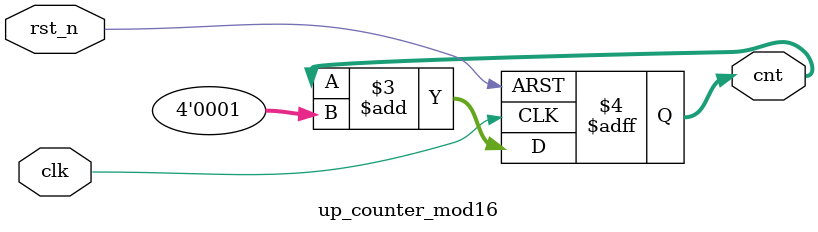
<source format=v>
module up_counter_mod16 (
    input clk, rst_n,
    output reg [3:0] cnt
);
    always @(posedge clk or negedge rst_n) begin
        if (rst_n == 0) cnt <= 4'b0;
        else cnt <= cnt + 4'b1;
    end
endmodule
</source>
